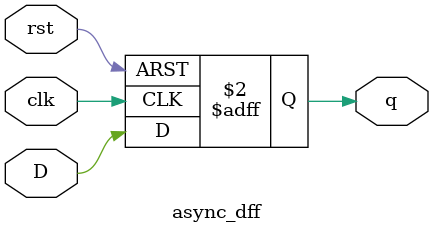
<source format=v>


module async_dff(input clk,rst,D,output reg q);

always @(posedge clk or posedge rst )begin
if(rst)
q <= 1'b0;
else
q<= D;
end
endmodule

</source>
